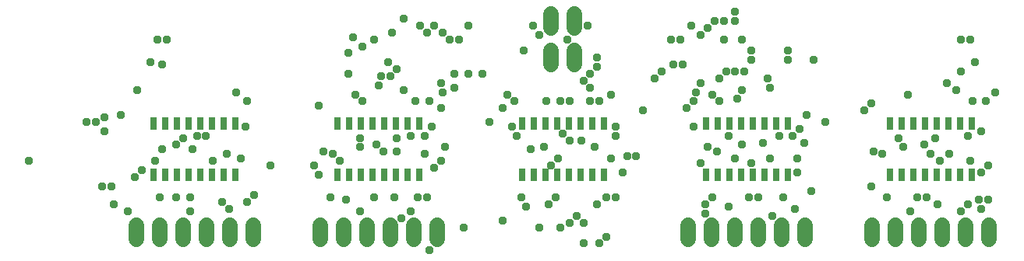
<source format=gbr>
G04 EAGLE Gerber RS-274X export*
G75*
%MOMM*%
%FSLAX34Y34*%
%LPD*%
%INSoldermask Bottom*%
%IPPOS*%
%AMOC8*
5,1,8,0,0,1.08239X$1,22.5*%
G01*
%ADD10C,1.727200*%
%ADD11R,0.803200X1.403200*%
%ADD12C,0.959600*%


D10*
X936500Y32380D02*
X936500Y47620D01*
X961900Y47620D02*
X961900Y32380D01*
X987300Y32380D02*
X987300Y47620D01*
X1012700Y47620D02*
X1012700Y32380D01*
X1038100Y32380D02*
X1038100Y47620D01*
X1063500Y47620D02*
X1063500Y32380D01*
X587300Y222380D02*
X587300Y237620D01*
X612700Y237620D02*
X612700Y222380D01*
X587300Y262380D02*
X587300Y277620D01*
X612700Y277620D02*
X612700Y262380D01*
X336500Y47620D02*
X336500Y32380D01*
X361900Y32380D02*
X361900Y47620D01*
X387300Y47620D02*
X387300Y32380D01*
X412700Y32380D02*
X412700Y47620D01*
X438100Y47620D02*
X438100Y32380D01*
X463500Y32380D02*
X463500Y47620D01*
X136500Y47620D02*
X136500Y32380D01*
X161900Y32380D02*
X161900Y47620D01*
X187300Y47620D02*
X187300Y32380D01*
X212700Y32380D02*
X212700Y47620D01*
X238100Y47620D02*
X238100Y32380D01*
X263500Y32380D02*
X263500Y47620D01*
X736500Y47620D02*
X736500Y32380D01*
X761900Y32380D02*
X761900Y47620D01*
X787300Y47620D02*
X787300Y32380D01*
X812700Y32380D02*
X812700Y47620D01*
X838100Y47620D02*
X838100Y32380D01*
X863500Y32380D02*
X863500Y47620D01*
D11*
X155550Y158000D03*
X168250Y158000D03*
X180950Y158000D03*
X193650Y158000D03*
X206350Y158000D03*
X219050Y158000D03*
X231750Y158000D03*
X244450Y158000D03*
X244450Y102000D03*
X231750Y102000D03*
X219050Y102000D03*
X206350Y102000D03*
X193650Y102000D03*
X180950Y102000D03*
X168250Y102000D03*
X155550Y102000D03*
X355550Y158000D03*
X368250Y158000D03*
X380950Y158000D03*
X393650Y158000D03*
X406350Y158000D03*
X419050Y158000D03*
X431750Y158000D03*
X444450Y158000D03*
X444450Y102000D03*
X431750Y102000D03*
X419050Y102000D03*
X406350Y102000D03*
X393650Y102000D03*
X380950Y102000D03*
X368250Y102000D03*
X355550Y102000D03*
X555550Y158000D03*
X568250Y158000D03*
X580950Y158000D03*
X593650Y158000D03*
X606350Y158000D03*
X619050Y158000D03*
X631750Y158000D03*
X644450Y158000D03*
X644450Y102000D03*
X631750Y102000D03*
X619050Y102000D03*
X606350Y102000D03*
X593650Y102000D03*
X580950Y102000D03*
X568250Y102000D03*
X555550Y102000D03*
X755550Y158000D03*
X768250Y158000D03*
X780950Y158000D03*
X793650Y158000D03*
X806350Y158000D03*
X819050Y158000D03*
X831750Y158000D03*
X844450Y158000D03*
X844450Y102000D03*
X831750Y102000D03*
X819050Y102000D03*
X806350Y102000D03*
X793650Y102000D03*
X780950Y102000D03*
X768250Y102000D03*
X755550Y102000D03*
X955550Y158000D03*
X968250Y158000D03*
X980950Y158000D03*
X993650Y158000D03*
X1006350Y158000D03*
X1019050Y158000D03*
X1031750Y158000D03*
X1044450Y158000D03*
X1044450Y102000D03*
X1031750Y102000D03*
X1019050Y102000D03*
X1006350Y102000D03*
X993650Y102000D03*
X980950Y102000D03*
X968250Y102000D03*
X955550Y102000D03*
D12*
X840000Y77500D03*
X1062500Y75000D03*
X265000Y80000D03*
X467500Y117500D03*
X657500Y77500D03*
X647500Y35000D03*
X870000Y85000D03*
X257500Y72500D03*
X202500Y145000D03*
X357500Y117500D03*
X157500Y117500D03*
X237500Y65000D03*
X20000Y117500D03*
X255000Y155000D03*
X457500Y155000D03*
X535000Y175000D03*
X657500Y155000D03*
X587500Y112500D03*
X620000Y140000D03*
X742500Y155000D03*
X555000Y77500D03*
X1055000Y150000D03*
X1060000Y182500D03*
X1042500Y117500D03*
X857500Y152500D03*
X812500Y77500D03*
X1010000Y117500D03*
X755000Y70000D03*
X442500Y77500D03*
X665000Y105000D03*
X680000Y122500D03*
X195000Y77500D03*
X110000Y90000D03*
X187500Y142500D03*
X102500Y165000D03*
X250000Y120000D03*
X120000Y167500D03*
X180000Y77500D03*
X112500Y70000D03*
X230000Y72500D03*
X92500Y160000D03*
X180000Y135000D03*
X235000Y125000D03*
X82500Y160000D03*
X165000Y130000D03*
X220000Y117500D03*
X212500Y145000D03*
X197500Y130000D03*
X102500Y150000D03*
X162500Y77500D03*
X100000Y90000D03*
X282500Y112500D03*
X137500Y195000D03*
X195000Y62500D03*
X127500Y62500D03*
X395000Y77500D03*
X452500Y77500D03*
X380000Y142500D03*
X450000Y125000D03*
X340000Y127500D03*
X380000Y62500D03*
X435000Y62500D03*
X380000Y132500D03*
X425000Y55000D03*
X420000Y127500D03*
X365000Y75000D03*
X335000Y177500D03*
X417500Y77500D03*
X420000Y142500D03*
X405000Y127500D03*
X350000Y125000D03*
X397500Y135000D03*
X347500Y77500D03*
X595000Y120000D03*
X652500Y120000D03*
X550000Y145000D03*
X592500Y77500D03*
X647500Y77500D03*
X547500Y182500D03*
X580000Y132500D03*
X635000Y132500D03*
X600000Y147500D03*
X585000Y70000D03*
X637500Y70000D03*
X565000Y130000D03*
X622500Y50000D03*
X622500Y27500D03*
X670000Y122500D03*
X615000Y57500D03*
X560000Y67500D03*
X540000Y190000D03*
X607500Y50000D03*
X535000Y52500D03*
X687500Y172500D03*
X575000Y45000D03*
X597500Y45000D03*
X852500Y65000D03*
X795000Y135000D03*
X787500Y120000D03*
X855000Y120000D03*
X780000Y145000D03*
X850000Y145000D03*
X885000Y160000D03*
X827500Y57500D03*
X780000Y67500D03*
X865000Y167500D03*
X825000Y120000D03*
X767500Y127500D03*
X817500Y137500D03*
X762500Y77500D03*
X835000Y145000D03*
X805000Y115000D03*
X750000Y115000D03*
X862500Y137500D03*
X755000Y60000D03*
X802500Y77500D03*
X1055000Y105000D03*
X1005000Y142500D03*
X947500Y125000D03*
X1000000Y125000D03*
X1045000Y182500D03*
X1007500Y70000D03*
X952500Y77500D03*
X965000Y142500D03*
X1020000Y125000D03*
X935000Y180000D03*
X970000Y132500D03*
X927500Y172500D03*
X977500Y62500D03*
X1032500Y62500D03*
X937500Y127500D03*
X985000Y77500D03*
X1040000Y70000D03*
X1070000Y192500D03*
X992500Y135000D03*
X995000Y77500D03*
X1052500Y75000D03*
X805000Y237500D03*
X637500Y230000D03*
X597500Y182500D03*
X795000Y250000D03*
X630000Y212500D03*
X787500Y270000D03*
X627500Y265000D03*
X582500Y182500D03*
X775000Y270000D03*
X605000Y250000D03*
X805000Y227500D03*
X575000Y255000D03*
X775000Y250000D03*
X557500Y237500D03*
X765000Y270000D03*
X567500Y265000D03*
X745000Y192500D03*
X545000Y155000D03*
X872500Y227500D03*
X142500Y107500D03*
X330000Y112500D03*
X492500Y45000D03*
X472500Y132500D03*
X657500Y145000D03*
X855000Y105000D03*
X1062500Y112500D03*
X1027500Y195000D03*
X975000Y190000D03*
X640000Y27500D03*
X455000Y20000D03*
X135000Y100000D03*
X335000Y102500D03*
X1055000Y65000D03*
X935000Y90000D03*
X460000Y110000D03*
X245000Y192500D03*
X257500Y182500D03*
X170000Y250000D03*
X450000Y145000D03*
X160000Y250000D03*
X440000Y182500D03*
X165000Y222500D03*
X435000Y145000D03*
X152500Y225000D03*
X427500Y195000D03*
X497500Y212500D03*
X455000Y182500D03*
X487500Y250000D03*
X412500Y210000D03*
X482500Y197500D03*
X402500Y210000D03*
X482500Y212500D03*
X400000Y200000D03*
X477500Y250000D03*
X395000Y250000D03*
X470000Y257500D03*
X382500Y242500D03*
X467500Y202500D03*
X382500Y182500D03*
X470000Y192500D03*
X375000Y190000D03*
X460000Y265000D03*
X372500Y252500D03*
X452500Y257500D03*
X367500Y212500D03*
X445000Y265000D03*
X367500Y235000D03*
X512500Y212500D03*
X652500Y190000D03*
X497500Y265000D03*
X637500Y220000D03*
X467500Y175000D03*
X640000Y182500D03*
X427500Y272500D03*
X630000Y182500D03*
X420000Y217500D03*
X630000Y197500D03*
X410000Y225000D03*
X622500Y205000D03*
X415000Y257500D03*
X607500Y182500D03*
X520000Y160000D03*
X607500Y140000D03*
X757500Y262500D03*
X845000Y237500D03*
X750000Y255000D03*
X845000Y227500D03*
X750000Y202500D03*
X825000Y197500D03*
X735000Y175000D03*
X822500Y207500D03*
X740000Y265000D03*
X787500Y280000D03*
X727500Y250000D03*
X797500Y215000D03*
X730000Y222500D03*
X787500Y215000D03*
X717500Y250000D03*
X795000Y195000D03*
X720000Y222500D03*
X790000Y185000D03*
X707500Y215000D03*
X777500Y215000D03*
X700000Y207500D03*
X770000Y207500D03*
X1047500Y225000D03*
X770000Y182500D03*
X1042500Y250000D03*
X757500Y132500D03*
X1032500Y250000D03*
X762500Y190000D03*
X1032500Y215000D03*
X742500Y182500D03*
X1017500Y202500D03*
X1040000Y145000D03*
M02*

</source>
